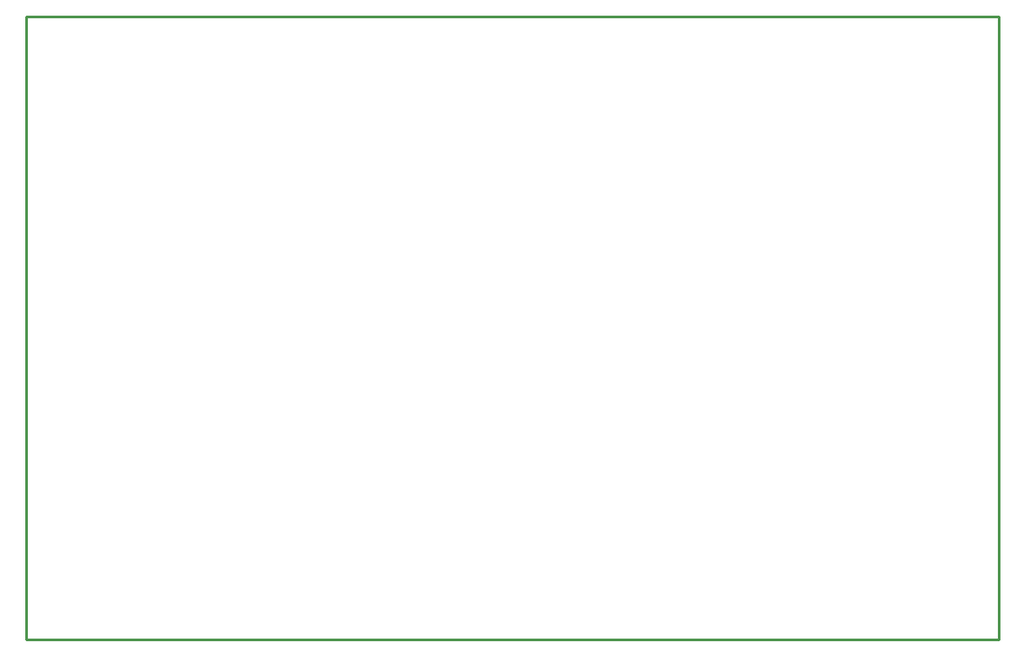
<source format=gko>
G04 Layer: BoardOutlineLayer*
G04 EasyEDA Pro v2.2.40.8, 2025-09-20 19:13:23*
G04 Gerber Generator version 0.3*
G04 Scale: 100 percent, Rotated: No, Reflected: No*
G04 Dimensions in millimeters*
G04 Leading zeros omitted, absolute positions, 4 integers and 5 decimals*
G04 Generated by one-click*
%FSLAX45Y45*%
%MOMM*%
%ADD10C,0.254*%
%ADD11C,0.7414*%
G75*


G04 Rect Start*
G54D10*
G01X-177800Y-4673600D02*
G01X-177800Y1384300D01*
G01X9283700Y1384300D01*
G01X9283700Y-4673600D01*
G01X-177800Y-4673600D01*
G04 Rect End*

M02*


</source>
